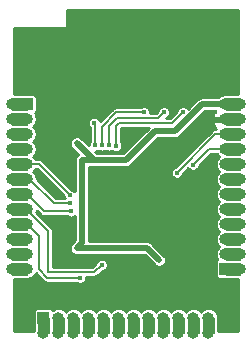
<source format=gbr>
%TF.GenerationSoftware,KiCad,Pcbnew,(5.1.10)-1*%
%TF.CreationDate,2024-03-30T22:18:20+09:00*%
%TF.ProjectId,BLEModule,424c454d-6f64-4756-9c65-2e6b69636164,rev?*%
%TF.SameCoordinates,Original*%
%TF.FileFunction,Copper,L2,Bot*%
%TF.FilePolarity,Positive*%
%FSLAX46Y46*%
G04 Gerber Fmt 4.6, Leading zero omitted, Abs format (unit mm)*
G04 Created by KiCad (PCBNEW (5.1.10)-1) date 2024-03-30 22:18:20*
%MOMM*%
%LPD*%
G01*
G04 APERTURE LIST*
%TA.AperFunction,EtchedComponent*%
%ADD10C,0.035000*%
%TD*%
%TA.AperFunction,ComponentPad*%
%ADD11O,1.000000X1.000000*%
%TD*%
%TA.AperFunction,ComponentPad*%
%ADD12R,1.000000X1.000000*%
%TD*%
%TA.AperFunction,ViaPad*%
%ADD13C,0.500000*%
%TD*%
%TA.AperFunction,ViaPad*%
%ADD14C,0.400000*%
%TD*%
%TA.AperFunction,ViaPad*%
%ADD15C,0.635000*%
%TD*%
%TA.AperFunction,Conductor*%
%ADD16C,0.500000*%
%TD*%
%TA.AperFunction,Conductor*%
%ADD17C,0.200000*%
%TD*%
%TA.AperFunction,Conductor*%
%ADD18C,0.254000*%
%TD*%
%TA.AperFunction,Conductor*%
%ADD19C,0.100000*%
%TD*%
G04 APERTURE END LIST*
D10*
%TO.C,J2*%
G36*
X139082600Y-91944600D02*
G01*
X139082600Y-90725400D01*
X138117400Y-90725400D01*
X138117400Y-91944600D01*
X139082600Y-91944600D01*
G37*
X139082600Y-91944600D02*
X139082600Y-90725400D01*
X138117400Y-90725400D01*
X138117400Y-91944600D01*
X139082600Y-91944600D01*
G36*
X141622600Y-91944600D02*
G01*
X141622600Y-90725400D01*
X140657400Y-90725400D01*
X140657400Y-91944600D01*
X141622600Y-91944600D01*
G37*
X141622600Y-91944600D02*
X141622600Y-90725400D01*
X140657400Y-90725400D01*
X140657400Y-91944600D01*
X141622600Y-91944600D01*
G36*
X145432600Y-91944600D02*
G01*
X145432600Y-90725400D01*
X144467400Y-90725400D01*
X144467400Y-91944600D01*
X145432600Y-91944600D01*
G37*
X145432600Y-91944600D02*
X145432600Y-90725400D01*
X144467400Y-90725400D01*
X144467400Y-91944600D01*
X145432600Y-91944600D01*
G36*
X142892600Y-91944600D02*
G01*
X142892600Y-90725400D01*
X141927400Y-90725400D01*
X141927400Y-91944600D01*
X142892600Y-91944600D01*
G37*
X142892600Y-91944600D02*
X142892600Y-90725400D01*
X141927400Y-90725400D01*
X141927400Y-91944600D01*
X142892600Y-91944600D01*
G36*
X146702600Y-91944600D02*
G01*
X146702600Y-90725400D01*
X145737400Y-90725400D01*
X145737400Y-91944600D01*
X146702600Y-91944600D01*
G37*
X146702600Y-91944600D02*
X146702600Y-90725400D01*
X145737400Y-90725400D01*
X145737400Y-91944600D01*
X146702600Y-91944600D01*
G36*
X149242600Y-91944600D02*
G01*
X149242600Y-90725400D01*
X148277400Y-90725400D01*
X148277400Y-91944600D01*
X149242600Y-91944600D01*
G37*
X149242600Y-91944600D02*
X149242600Y-90725400D01*
X148277400Y-90725400D01*
X148277400Y-91944600D01*
X149242600Y-91944600D01*
G36*
X140352600Y-91944600D02*
G01*
X140352600Y-90725400D01*
X139387400Y-90725400D01*
X139387400Y-91944600D01*
X140352600Y-91944600D01*
G37*
X140352600Y-91944600D02*
X140352600Y-90725400D01*
X139387400Y-90725400D01*
X139387400Y-91944600D01*
X140352600Y-91944600D01*
G36*
X144162600Y-91944600D02*
G01*
X144162600Y-90725400D01*
X143197400Y-90725400D01*
X143197400Y-91944600D01*
X144162600Y-91944600D01*
G37*
X144162600Y-91944600D02*
X144162600Y-90725400D01*
X143197400Y-90725400D01*
X143197400Y-91944600D01*
X144162600Y-91944600D01*
G36*
X147972600Y-91944600D02*
G01*
X147972600Y-90725400D01*
X147007400Y-90725400D01*
X147007400Y-91944600D01*
X147972600Y-91944600D01*
G37*
X147972600Y-91944600D02*
X147972600Y-90725400D01*
X147007400Y-90725400D01*
X147007400Y-91944600D01*
X147972600Y-91944600D01*
G36*
X153052600Y-91944600D02*
G01*
X153052600Y-90725400D01*
X152087400Y-90725400D01*
X152087400Y-91944600D01*
X153052600Y-91944600D01*
G37*
X153052600Y-91944600D02*
X153052600Y-90725400D01*
X152087400Y-90725400D01*
X152087400Y-91944600D01*
X153052600Y-91944600D01*
G36*
X150512600Y-91944600D02*
G01*
X150512600Y-90725400D01*
X149547400Y-90725400D01*
X149547400Y-91944600D01*
X150512600Y-91944600D01*
G37*
X150512600Y-91944600D02*
X150512600Y-90725400D01*
X149547400Y-90725400D01*
X149547400Y-91944600D01*
X150512600Y-91944600D01*
G36*
X151782600Y-91944600D02*
G01*
X151782600Y-90725400D01*
X150817400Y-90725400D01*
X150817400Y-91944600D01*
X151782600Y-91944600D01*
G37*
X151782600Y-91944600D02*
X151782600Y-90725400D01*
X150817400Y-90725400D01*
X150817400Y-91944600D01*
X151782600Y-91944600D01*
%TO.C,J1*%
G36*
X135955400Y-73082600D02*
G01*
X137174600Y-73082600D01*
X137174600Y-72117400D01*
X135955400Y-72117400D01*
X135955400Y-73082600D01*
G37*
X135955400Y-73082600D02*
X137174600Y-73082600D01*
X137174600Y-72117400D01*
X135955400Y-72117400D01*
X135955400Y-73082600D01*
G36*
X135955400Y-75622600D02*
G01*
X137174600Y-75622600D01*
X137174600Y-74657400D01*
X135955400Y-74657400D01*
X135955400Y-75622600D01*
G37*
X135955400Y-75622600D02*
X137174600Y-75622600D01*
X137174600Y-74657400D01*
X135955400Y-74657400D01*
X135955400Y-75622600D01*
G36*
X135955400Y-79432600D02*
G01*
X137174600Y-79432600D01*
X137174600Y-78467400D01*
X135955400Y-78467400D01*
X135955400Y-79432600D01*
G37*
X135955400Y-79432600D02*
X137174600Y-79432600D01*
X137174600Y-78467400D01*
X135955400Y-78467400D01*
X135955400Y-79432600D01*
G36*
X135955400Y-76892600D02*
G01*
X137174600Y-76892600D01*
X137174600Y-75927400D01*
X135955400Y-75927400D01*
X135955400Y-76892600D01*
G37*
X135955400Y-76892600D02*
X137174600Y-76892600D01*
X137174600Y-75927400D01*
X135955400Y-75927400D01*
X135955400Y-76892600D01*
G36*
X135955400Y-80702600D02*
G01*
X137174600Y-80702600D01*
X137174600Y-79737400D01*
X135955400Y-79737400D01*
X135955400Y-80702600D01*
G37*
X135955400Y-80702600D02*
X137174600Y-80702600D01*
X137174600Y-79737400D01*
X135955400Y-79737400D01*
X135955400Y-80702600D01*
G36*
X135955400Y-83242600D02*
G01*
X137174600Y-83242600D01*
X137174600Y-82277400D01*
X135955400Y-82277400D01*
X135955400Y-83242600D01*
G37*
X135955400Y-83242600D02*
X137174600Y-83242600D01*
X137174600Y-82277400D01*
X135955400Y-82277400D01*
X135955400Y-83242600D01*
G36*
X135955400Y-74352600D02*
G01*
X137174600Y-74352600D01*
X137174600Y-73387400D01*
X135955400Y-73387400D01*
X135955400Y-74352600D01*
G37*
X135955400Y-74352600D02*
X137174600Y-74352600D01*
X137174600Y-73387400D01*
X135955400Y-73387400D01*
X135955400Y-74352600D01*
G36*
X135955400Y-78162600D02*
G01*
X137174600Y-78162600D01*
X137174600Y-77197400D01*
X135955400Y-77197400D01*
X135955400Y-78162600D01*
G37*
X135955400Y-78162600D02*
X137174600Y-78162600D01*
X137174600Y-77197400D01*
X135955400Y-77197400D01*
X135955400Y-78162600D01*
G36*
X135955400Y-81972600D02*
G01*
X137174600Y-81972600D01*
X137174600Y-81007400D01*
X135955400Y-81007400D01*
X135955400Y-81972600D01*
G37*
X135955400Y-81972600D02*
X137174600Y-81972600D01*
X137174600Y-81007400D01*
X135955400Y-81007400D01*
X135955400Y-81972600D01*
G36*
X135955400Y-87052600D02*
G01*
X137174600Y-87052600D01*
X137174600Y-86087400D01*
X135955400Y-86087400D01*
X135955400Y-87052600D01*
G37*
X135955400Y-87052600D02*
X137174600Y-87052600D01*
X137174600Y-86087400D01*
X135955400Y-86087400D01*
X135955400Y-87052600D01*
G36*
X135955400Y-84512600D02*
G01*
X137174600Y-84512600D01*
X137174600Y-83547400D01*
X135955400Y-83547400D01*
X135955400Y-84512600D01*
G37*
X135955400Y-84512600D02*
X137174600Y-84512600D01*
X137174600Y-83547400D01*
X135955400Y-83547400D01*
X135955400Y-84512600D01*
G36*
X135955400Y-85782600D02*
G01*
X137174600Y-85782600D01*
X137174600Y-84817400D01*
X135955400Y-84817400D01*
X135955400Y-85782600D01*
G37*
X135955400Y-85782600D02*
X137174600Y-85782600D01*
X137174600Y-84817400D01*
X135955400Y-84817400D01*
X135955400Y-85782600D01*
%TO.C,J3*%
G36*
X155244600Y-86087400D02*
G01*
X154025400Y-86087400D01*
X154025400Y-87052600D01*
X155244600Y-87052600D01*
X155244600Y-86087400D01*
G37*
X155244600Y-86087400D02*
X154025400Y-86087400D01*
X154025400Y-87052600D01*
X155244600Y-87052600D01*
X155244600Y-86087400D01*
G36*
X155244600Y-83547400D02*
G01*
X154025400Y-83547400D01*
X154025400Y-84512600D01*
X155244600Y-84512600D01*
X155244600Y-83547400D01*
G37*
X155244600Y-83547400D02*
X154025400Y-83547400D01*
X154025400Y-84512600D01*
X155244600Y-84512600D01*
X155244600Y-83547400D01*
G36*
X155244600Y-79737400D02*
G01*
X154025400Y-79737400D01*
X154025400Y-80702600D01*
X155244600Y-80702600D01*
X155244600Y-79737400D01*
G37*
X155244600Y-79737400D02*
X154025400Y-79737400D01*
X154025400Y-80702600D01*
X155244600Y-80702600D01*
X155244600Y-79737400D01*
G36*
X155244600Y-82277400D02*
G01*
X154025400Y-82277400D01*
X154025400Y-83242600D01*
X155244600Y-83242600D01*
X155244600Y-82277400D01*
G37*
X155244600Y-82277400D02*
X154025400Y-82277400D01*
X154025400Y-83242600D01*
X155244600Y-83242600D01*
X155244600Y-82277400D01*
G36*
X155244600Y-78467400D02*
G01*
X154025400Y-78467400D01*
X154025400Y-79432600D01*
X155244600Y-79432600D01*
X155244600Y-78467400D01*
G37*
X155244600Y-78467400D02*
X154025400Y-78467400D01*
X154025400Y-79432600D01*
X155244600Y-79432600D01*
X155244600Y-78467400D01*
G36*
X155244600Y-75927400D02*
G01*
X154025400Y-75927400D01*
X154025400Y-76892600D01*
X155244600Y-76892600D01*
X155244600Y-75927400D01*
G37*
X155244600Y-75927400D02*
X154025400Y-75927400D01*
X154025400Y-76892600D01*
X155244600Y-76892600D01*
X155244600Y-75927400D01*
G36*
X155244600Y-84817400D02*
G01*
X154025400Y-84817400D01*
X154025400Y-85782600D01*
X155244600Y-85782600D01*
X155244600Y-84817400D01*
G37*
X155244600Y-84817400D02*
X154025400Y-84817400D01*
X154025400Y-85782600D01*
X155244600Y-85782600D01*
X155244600Y-84817400D01*
G36*
X155244600Y-81007400D02*
G01*
X154025400Y-81007400D01*
X154025400Y-81972600D01*
X155244600Y-81972600D01*
X155244600Y-81007400D01*
G37*
X155244600Y-81007400D02*
X154025400Y-81007400D01*
X154025400Y-81972600D01*
X155244600Y-81972600D01*
X155244600Y-81007400D01*
G36*
X155244600Y-77197400D02*
G01*
X154025400Y-77197400D01*
X154025400Y-78162600D01*
X155244600Y-78162600D01*
X155244600Y-77197400D01*
G37*
X155244600Y-77197400D02*
X154025400Y-77197400D01*
X154025400Y-78162600D01*
X155244600Y-78162600D01*
X155244600Y-77197400D01*
G36*
X155244600Y-72117400D02*
G01*
X154025400Y-72117400D01*
X154025400Y-73082600D01*
X155244600Y-73082600D01*
X155244600Y-72117400D01*
G37*
X155244600Y-72117400D02*
X154025400Y-72117400D01*
X154025400Y-73082600D01*
X155244600Y-73082600D01*
X155244600Y-72117400D01*
G36*
X155244600Y-74657400D02*
G01*
X154025400Y-74657400D01*
X154025400Y-75622600D01*
X155244600Y-75622600D01*
X155244600Y-74657400D01*
G37*
X155244600Y-74657400D02*
X154025400Y-74657400D01*
X154025400Y-75622600D01*
X155244600Y-75622600D01*
X155244600Y-74657400D01*
G36*
X155244600Y-73387400D02*
G01*
X154025400Y-73387400D01*
X154025400Y-74352600D01*
X155244600Y-74352600D01*
X155244600Y-73387400D01*
G37*
X155244600Y-73387400D02*
X154025400Y-73387400D01*
X154025400Y-74352600D01*
X155244600Y-74352600D01*
X155244600Y-73387400D01*
%TD*%
D11*
%TO.P,J2,3*%
%TO.N,P07*%
X141140000Y-90700000D03*
%TO.P,J2,11*%
%TO.N,P15*%
X151300000Y-90700000D03*
%TO.P,J2,5*%
%TO.N,P09*%
X143680000Y-90700000D03*
%TO.P,J2,7*%
%TO.N,P11*%
X146220000Y-90700000D03*
%TO.P,J2,12*%
%TO.N,P16*%
X152570000Y-90700000D03*
%TO.P,J2,10*%
%TO.N,P14*%
X150030000Y-90700000D03*
%TO.P,J2,6*%
%TO.N,P10*%
X144950000Y-90700000D03*
D12*
%TO.P,J2,1*%
%TO.N,P05*%
X138600000Y-90700000D03*
D11*
%TO.P,J2,8*%
%TO.N,P12*%
X147490000Y-90700000D03*
%TO.P,J2,9*%
%TO.N,P13*%
X148760000Y-90700000D03*
%TO.P,J2,4*%
%TO.N,P08*%
X142410000Y-90700000D03*
%TO.P,J2,2*%
%TO.N,P06*%
X139870000Y-90700000D03*
%TO.P,J2,*%
%TO.N,*%
X138600000Y-91970000D03*
X151300000Y-91970000D03*
X148760000Y-91970000D03*
X147490000Y-91970000D03*
X143680000Y-91970000D03*
X150030000Y-91970000D03*
X141140000Y-91970000D03*
X144950000Y-91970000D03*
X152570000Y-91970000D03*
X146220000Y-91970000D03*
X139870000Y-91970000D03*
X142410000Y-91970000D03*
%TD*%
%TO.P,J1,3*%
%TO.N,P27*%
X137200000Y-75140000D03*
%TO.P,J1,11*%
%TO.N,P03*%
X137200000Y-85300000D03*
%TO.P,J1,5*%
%TO.N,P29*%
X137200000Y-77680000D03*
%TO.P,J1,7*%
%TO.N,P31*%
X137200000Y-80220000D03*
%TO.P,J1,12*%
%TO.N,P04*%
X137200000Y-86570000D03*
%TO.P,J1,10*%
%TO.N,P02*%
X137200000Y-84030000D03*
%TO.P,J1,6*%
%TO.N,P30*%
X137200000Y-78950000D03*
D12*
%TO.P,J1,1*%
%TO.N,P25*%
X137200000Y-72600000D03*
D11*
%TO.P,J1,8*%
%TO.N,P00*%
X137200000Y-81490000D03*
%TO.P,J1,9*%
%TO.N,P01*%
X137200000Y-82760000D03*
%TO.P,J1,4*%
%TO.N,P28*%
X137200000Y-76410000D03*
%TO.P,J1,2*%
%TO.N,P26*%
X137200000Y-73870000D03*
%TO.P,J1,*%
%TO.N,*%
X135930000Y-72600000D03*
X135930000Y-85300000D03*
X135930000Y-82760000D03*
X135930000Y-81490000D03*
X135930000Y-77680000D03*
X135930000Y-84030000D03*
X135930000Y-75140000D03*
X135930000Y-78950000D03*
X135930000Y-86570000D03*
X135930000Y-80220000D03*
X135930000Y-73870000D03*
X135930000Y-76410000D03*
%TD*%
%TO.P,J3,3*%
%TO.N,P19*%
X154000000Y-84030000D03*
%TO.P,J3,11*%
%TO.N,GNDPWR*%
X154000000Y-73870000D03*
%TO.P,J3,5*%
%TO.N,P21*%
X154000000Y-81490000D03*
%TO.P,J3,7*%
%TO.N,P23*%
X154000000Y-78950000D03*
%TO.P,J3,12*%
%TO.N,+30V*%
X154000000Y-72600000D03*
%TO.P,J3,10*%
%TO.N,nRF_SWCLK*%
X154000000Y-75140000D03*
%TO.P,J3,6*%
%TO.N,P22*%
X154000000Y-80220000D03*
D12*
%TO.P,J3,1*%
%TO.N,P17*%
X154000000Y-86570000D03*
D11*
%TO.P,J3,8*%
%TO.N,P24*%
X154000000Y-77680000D03*
%TO.P,J3,9*%
%TO.N,nRF_SWDIO*%
X154000000Y-76410000D03*
%TO.P,J3,4*%
%TO.N,P20*%
X154000000Y-82760000D03*
%TO.P,J3,2*%
%TO.N,P18*%
X154000000Y-85300000D03*
%TO.P,J3,*%
%TO.N,*%
X155270000Y-86570000D03*
X155270000Y-73870000D03*
X155270000Y-76410000D03*
X155270000Y-77680000D03*
X155270000Y-81490000D03*
X155270000Y-75140000D03*
X155270000Y-84030000D03*
X155270000Y-80220000D03*
X155270000Y-72600000D03*
X155270000Y-78950000D03*
X155270000Y-85300000D03*
X155270000Y-82760000D03*
%TD*%
D13*
%TO.N,+30V*%
X141400000Y-75900000D03*
X141400000Y-84800000D03*
X148400000Y-85800000D03*
D14*
%TO.N,Net-(C5-Pad1)*%
X144746446Y-76153554D03*
X150400000Y-73300000D03*
%TO.N,Net-(C6-Pad1)*%
X144148839Y-76100000D03*
X148800000Y-73300000D03*
%TO.N,Net-(C8-Pad1)*%
X143548836Y-76100000D03*
X147100000Y-73300000D03*
%TO.N,Net-(C9-Pad1)*%
X142900000Y-74200000D03*
X142948833Y-76100000D03*
%TO.N,P29*%
X140869683Y-80342488D03*
%TO.N,P30*%
X140835310Y-81015222D03*
%TO.N,P31*%
X140920010Y-81689883D03*
%TO.N,P00*%
X143519801Y-86199919D03*
%TO.N,P01*%
X141704354Y-87299970D03*
%TO.N,nRF_SWDIO*%
X151284302Y-77722806D03*
%TO.N,nRF_SWCLK*%
X149900000Y-78400000D03*
%TO.N,GNDPWR*%
X153100000Y-73300000D03*
D15*
X146304000Y-65049400D03*
X137731500Y-68605400D03*
X137731500Y-70637400D03*
X136715500Y-68592700D03*
X137731500Y-67589400D03*
X137731500Y-66573400D03*
X137731500Y-69621400D03*
X136715500Y-67576700D03*
X136715500Y-69608700D03*
X136715500Y-70624700D03*
X136715500Y-66560700D03*
X144056100Y-70650100D03*
X143040100Y-70650100D03*
X146088100Y-70650100D03*
X145072100Y-70650100D03*
X148120100Y-70650100D03*
X147104100Y-70650100D03*
X150152100Y-70650100D03*
X149136100Y-70650100D03*
X152184100Y-70650100D03*
X151168100Y-70650100D03*
X154216100Y-70650100D03*
X153200100Y-70650100D03*
X149136100Y-69634100D03*
X150152100Y-69634100D03*
X145072100Y-69634100D03*
X148120100Y-69634100D03*
X154216100Y-69634100D03*
X153200100Y-69634100D03*
X147104100Y-69634100D03*
X146088100Y-69634100D03*
X143040100Y-69634100D03*
X151168100Y-69634100D03*
X144056100Y-69634100D03*
X152184100Y-69634100D03*
X149136100Y-68618100D03*
X150152100Y-68618100D03*
X145072100Y-68618100D03*
X148120100Y-68618100D03*
X154216100Y-68618100D03*
X153200100Y-68618100D03*
X147104100Y-68618100D03*
X146088100Y-68618100D03*
X143040100Y-68618100D03*
X151168100Y-68618100D03*
X144056100Y-68618100D03*
X152184100Y-68618100D03*
X149136100Y-67602100D03*
X150152100Y-67602100D03*
X145072100Y-67602100D03*
X148120100Y-67602100D03*
X154216100Y-67602100D03*
X153200100Y-67602100D03*
X147104100Y-67602100D03*
X146088100Y-67602100D03*
X143040100Y-67602100D03*
X151168100Y-67602100D03*
X144056100Y-67602100D03*
X152184100Y-67602100D03*
X149136100Y-66586100D03*
X150152100Y-66586100D03*
X145072100Y-66586100D03*
X148120100Y-66586100D03*
X154216100Y-66586100D03*
X153200100Y-66586100D03*
X147104100Y-66586100D03*
X146088100Y-66586100D03*
X143040100Y-66586100D03*
X151168100Y-66586100D03*
X144056100Y-66586100D03*
X152184100Y-66586100D03*
X142024100Y-68618100D03*
X142024100Y-67602100D03*
X142024100Y-69634100D03*
X142024100Y-70650100D03*
X142024100Y-66586100D03*
X141008100Y-70637400D03*
X141008100Y-67589400D03*
X141008100Y-68605400D03*
X141008100Y-69621400D03*
X141008100Y-66573400D03*
D14*
X139600000Y-85900000D03*
X153000000Y-88600000D03*
X139400000Y-73800000D03*
X138800000Y-77000000D03*
X138800000Y-79600000D03*
X138800000Y-82200000D03*
X137600000Y-88400000D03*
X148200000Y-76600000D03*
X149800000Y-76600000D03*
X151800000Y-78400000D03*
X141000000Y-82400000D03*
X145300000Y-76700000D03*
X145800000Y-75200000D03*
X148100000Y-88600000D03*
X152100000Y-88600000D03*
X152100000Y-87600000D03*
%TD*%
D16*
%TO.N,+30V*%
X141400000Y-75900000D02*
X142853555Y-77353555D01*
X142853555Y-77353555D02*
X141846445Y-77353555D01*
X141846445Y-84353555D02*
X141400000Y-84800000D01*
X141846445Y-77353555D02*
X141846445Y-84053555D01*
X141846445Y-84053555D02*
X141846445Y-84353555D01*
X147400000Y-84800000D02*
X148400000Y-85800000D01*
X141400000Y-84800000D02*
X147400000Y-84800000D01*
X152062002Y-72600000D02*
X154000000Y-72600000D01*
X149762002Y-74900000D02*
X152062002Y-72600000D01*
X148062002Y-74900000D02*
X149762002Y-74900000D01*
X145608447Y-77353555D02*
X148062002Y-74900000D01*
X142853555Y-77353555D02*
X145608447Y-77353555D01*
D17*
%TO.N,Net-(C5-Pad1)*%
X149480748Y-74219252D02*
X150400000Y-73300000D01*
X144746446Y-74453554D02*
X144980748Y-74219252D01*
X144980748Y-74219252D02*
X149480748Y-74219252D01*
X144746446Y-76153554D02*
X144746446Y-74453554D01*
%TO.N,Net-(C6-Pad1)*%
X144148839Y-75251161D02*
X144148839Y-76100000D01*
X144148839Y-74485462D02*
X144148839Y-75251161D01*
X144834300Y-73800001D02*
X144148839Y-74485462D01*
X148299999Y-73800001D02*
X144834300Y-73800001D01*
X148800000Y-73300000D02*
X148299999Y-73800001D01*
%TO.N,Net-(C8-Pad1)*%
X143548836Y-76100000D02*
X143600000Y-76100000D01*
X143548836Y-74519766D02*
X143548836Y-75148836D01*
X143548836Y-75148836D02*
X143548836Y-76100000D01*
X144768602Y-73300000D02*
X143548836Y-74519766D01*
X147100000Y-73300000D02*
X144768602Y-73300000D01*
%TO.N,Net-(C9-Pad1)*%
X142948833Y-76100000D02*
X142948833Y-74248833D01*
X142948833Y-74248833D02*
X142900000Y-74200000D01*
%TO.N,P29*%
X138207195Y-77680000D02*
X137200000Y-77680000D01*
X140869683Y-80342488D02*
X138207195Y-77680000D01*
%TO.N,P30*%
X137409998Y-78950000D02*
X137200000Y-78950000D01*
X139475220Y-81015222D02*
X137409998Y-78950000D01*
X140835310Y-81015222D02*
X139475220Y-81015222D01*
%TO.N,P31*%
X138669883Y-81689883D02*
X137200000Y-80220000D01*
X140920010Y-81689883D02*
X138669883Y-81689883D01*
%TO.N,P00*%
X143519801Y-86199919D02*
X142919751Y-86799969D01*
X141400000Y-86800000D02*
X138965698Y-86800000D01*
X141400031Y-86799969D02*
X141400000Y-86800000D01*
X142919751Y-86799969D02*
X141400031Y-86799969D01*
X137200000Y-81575998D02*
X137200000Y-81490000D01*
X138965698Y-83341696D02*
X137200000Y-81575998D01*
X138965698Y-86800000D02*
X138965698Y-83341696D01*
%TO.N,P01*%
X141704354Y-87299970D02*
X138899970Y-87299970D01*
X138899970Y-87299970D02*
X138200000Y-86600000D01*
X138200000Y-83760000D02*
X137200000Y-82760000D01*
X138200000Y-86600000D02*
X138200000Y-83760000D01*
%TO.N,nRF_SWDIO*%
X154000000Y-76410000D02*
X152597108Y-76410000D01*
X152597108Y-76410000D02*
X151284302Y-77722806D01*
%TO.N,nRF_SWCLK*%
X153160000Y-75140000D02*
X154000000Y-75140000D01*
X149900000Y-78400000D02*
X153160000Y-75140000D01*
%TD*%
D18*
%TO.N,GNDPWR*%
X153012877Y-73309794D02*
X152922554Y-73513136D01*
X152905881Y-73568126D01*
X153032046Y-73743000D01*
X153680900Y-73743000D01*
X153680900Y-73997000D01*
X153032046Y-73997000D01*
X152905881Y-74171874D01*
X152922554Y-74226864D01*
X153012877Y-74430206D01*
X153141135Y-74612020D01*
X153247362Y-74713000D01*
X153180966Y-74713000D01*
X153159999Y-74710935D01*
X153139032Y-74713000D01*
X153139022Y-74713000D01*
X153076293Y-74719178D01*
X152995804Y-74743595D01*
X152961273Y-74762052D01*
X152921623Y-74783245D01*
X152872898Y-74823232D01*
X152872889Y-74823241D01*
X152856605Y-74836605D01*
X152843241Y-74852889D01*
X149816934Y-77879198D01*
X149746280Y-77893252D01*
X149650372Y-77932979D01*
X149564057Y-77990652D01*
X149490652Y-78064057D01*
X149432979Y-78150372D01*
X149393252Y-78246280D01*
X149373000Y-78348095D01*
X149373000Y-78451905D01*
X149393252Y-78553720D01*
X149432979Y-78649628D01*
X149490652Y-78735943D01*
X149564057Y-78809348D01*
X149650372Y-78867021D01*
X149746280Y-78906748D01*
X149848095Y-78927000D01*
X149951905Y-78927000D01*
X150053720Y-78906748D01*
X150149628Y-78867021D01*
X150235943Y-78809348D01*
X150309348Y-78735943D01*
X150367021Y-78649628D01*
X150406748Y-78553720D01*
X150420802Y-78483066D01*
X150863004Y-78040864D01*
X150874954Y-78058749D01*
X150948359Y-78132154D01*
X151034674Y-78189827D01*
X151130582Y-78229554D01*
X151232397Y-78249806D01*
X151336207Y-78249806D01*
X151438022Y-78229554D01*
X151533930Y-78189827D01*
X151620245Y-78132154D01*
X151693650Y-78058749D01*
X151751323Y-77972434D01*
X151791050Y-77876526D01*
X151805104Y-77805873D01*
X152773977Y-76837000D01*
X153290689Y-76837000D01*
X153357628Y-76937181D01*
X153465447Y-77045000D01*
X153357628Y-77152819D01*
X153267123Y-77288269D01*
X153204782Y-77438773D01*
X153173000Y-77598548D01*
X153173000Y-77761452D01*
X153204782Y-77921227D01*
X153267123Y-78071731D01*
X153357628Y-78207181D01*
X153465447Y-78315000D01*
X153357628Y-78422819D01*
X153267123Y-78558269D01*
X153204782Y-78708773D01*
X153173000Y-78868548D01*
X153173000Y-79031452D01*
X153204782Y-79191227D01*
X153267123Y-79341731D01*
X153357628Y-79477181D01*
X153465447Y-79585000D01*
X153357628Y-79692819D01*
X153267123Y-79828269D01*
X153204782Y-79978773D01*
X153173000Y-80138548D01*
X153173000Y-80301452D01*
X153204782Y-80461227D01*
X153267123Y-80611731D01*
X153357628Y-80747181D01*
X153465447Y-80855000D01*
X153357628Y-80962819D01*
X153267123Y-81098269D01*
X153204782Y-81248773D01*
X153173000Y-81408548D01*
X153173000Y-81571452D01*
X153204782Y-81731227D01*
X153267123Y-81881731D01*
X153357628Y-82017181D01*
X153465447Y-82125000D01*
X153357628Y-82232819D01*
X153267123Y-82368269D01*
X153204782Y-82518773D01*
X153173000Y-82678548D01*
X153173000Y-82841452D01*
X153204782Y-83001227D01*
X153267123Y-83151731D01*
X153357628Y-83287181D01*
X153465447Y-83395000D01*
X153357628Y-83502819D01*
X153267123Y-83638269D01*
X153204782Y-83788773D01*
X153173000Y-83948548D01*
X153173000Y-84111452D01*
X153204782Y-84271227D01*
X153267123Y-84421731D01*
X153357628Y-84557181D01*
X153465447Y-84665000D01*
X153357628Y-84772819D01*
X153267123Y-84908269D01*
X153204782Y-85058773D01*
X153173000Y-85218548D01*
X153173000Y-85381452D01*
X153204782Y-85541227D01*
X153267123Y-85691731D01*
X153332094Y-85788967D01*
X153317450Y-85796794D01*
X153267657Y-85837657D01*
X153226794Y-85887450D01*
X153196430Y-85944257D01*
X153177732Y-86005897D01*
X153171418Y-86070000D01*
X153171418Y-87070000D01*
X153177732Y-87134103D01*
X153196430Y-87195743D01*
X153226794Y-87252550D01*
X153267657Y-87302343D01*
X153317450Y-87343206D01*
X153374257Y-87373570D01*
X153435897Y-87392268D01*
X153500000Y-87398582D01*
X154500000Y-87398582D01*
X154515046Y-87397100D01*
X155073000Y-87397100D01*
X155073000Y-91773000D01*
X153397100Y-91773000D01*
X153397100Y-90725400D01*
X153397000Y-90724380D01*
X153397000Y-90618548D01*
X153365218Y-90458773D01*
X153302877Y-90308269D01*
X153212372Y-90172819D01*
X153097181Y-90057628D01*
X152961731Y-89967123D01*
X152811227Y-89904782D01*
X152651452Y-89873000D01*
X152488548Y-89873000D01*
X152328773Y-89904782D01*
X152178269Y-89967123D01*
X152042819Y-90057628D01*
X151935000Y-90165447D01*
X151827181Y-90057628D01*
X151691731Y-89967123D01*
X151541227Y-89904782D01*
X151381452Y-89873000D01*
X151218548Y-89873000D01*
X151058773Y-89904782D01*
X150908269Y-89967123D01*
X150772819Y-90057628D01*
X150665000Y-90165447D01*
X150557181Y-90057628D01*
X150421731Y-89967123D01*
X150271227Y-89904782D01*
X150111452Y-89873000D01*
X149948548Y-89873000D01*
X149788773Y-89904782D01*
X149638269Y-89967123D01*
X149502819Y-90057628D01*
X149395000Y-90165447D01*
X149287181Y-90057628D01*
X149151731Y-89967123D01*
X149001227Y-89904782D01*
X148841452Y-89873000D01*
X148678548Y-89873000D01*
X148518773Y-89904782D01*
X148368269Y-89967123D01*
X148232819Y-90057628D01*
X148125000Y-90165447D01*
X148017181Y-90057628D01*
X147881731Y-89967123D01*
X147731227Y-89904782D01*
X147571452Y-89873000D01*
X147408548Y-89873000D01*
X147248773Y-89904782D01*
X147098269Y-89967123D01*
X146962819Y-90057628D01*
X146855000Y-90165447D01*
X146747181Y-90057628D01*
X146611731Y-89967123D01*
X146461227Y-89904782D01*
X146301452Y-89873000D01*
X146138548Y-89873000D01*
X145978773Y-89904782D01*
X145828269Y-89967123D01*
X145692819Y-90057628D01*
X145585000Y-90165447D01*
X145477181Y-90057628D01*
X145341731Y-89967123D01*
X145191227Y-89904782D01*
X145031452Y-89873000D01*
X144868548Y-89873000D01*
X144708773Y-89904782D01*
X144558269Y-89967123D01*
X144422819Y-90057628D01*
X144315000Y-90165447D01*
X144207181Y-90057628D01*
X144071731Y-89967123D01*
X143921227Y-89904782D01*
X143761452Y-89873000D01*
X143598548Y-89873000D01*
X143438773Y-89904782D01*
X143288269Y-89967123D01*
X143152819Y-90057628D01*
X143045000Y-90165447D01*
X142937181Y-90057628D01*
X142801731Y-89967123D01*
X142651227Y-89904782D01*
X142491452Y-89873000D01*
X142328548Y-89873000D01*
X142168773Y-89904782D01*
X142018269Y-89967123D01*
X141882819Y-90057628D01*
X141775000Y-90165447D01*
X141667181Y-90057628D01*
X141531731Y-89967123D01*
X141381227Y-89904782D01*
X141221452Y-89873000D01*
X141058548Y-89873000D01*
X140898773Y-89904782D01*
X140748269Y-89967123D01*
X140612819Y-90057628D01*
X140505000Y-90165447D01*
X140397181Y-90057628D01*
X140261731Y-89967123D01*
X140111227Y-89904782D01*
X139951452Y-89873000D01*
X139788548Y-89873000D01*
X139628773Y-89904782D01*
X139478269Y-89967123D01*
X139381033Y-90032094D01*
X139373206Y-90017450D01*
X139332343Y-89967657D01*
X139282550Y-89926794D01*
X139225743Y-89896430D01*
X139164103Y-89877732D01*
X139100000Y-89871418D01*
X138100000Y-89871418D01*
X138035897Y-89877732D01*
X137974257Y-89896430D01*
X137917450Y-89926794D01*
X137867657Y-89967657D01*
X137826794Y-90017450D01*
X137796430Y-90074257D01*
X137777732Y-90135897D01*
X137771418Y-90200000D01*
X137771418Y-91200000D01*
X137772900Y-91215046D01*
X137772900Y-91773000D01*
X136127000Y-91773000D01*
X136127000Y-87397100D01*
X137174600Y-87397100D01*
X137175620Y-87397000D01*
X137281452Y-87397000D01*
X137441227Y-87365218D01*
X137591731Y-87302877D01*
X137727181Y-87212372D01*
X137842372Y-87097181D01*
X137932877Y-86961731D01*
X137940195Y-86944063D01*
X138583206Y-87587075D01*
X138596575Y-87603365D01*
X138612865Y-87616734D01*
X138612869Y-87616738D01*
X138661593Y-87656725D01*
X138701243Y-87677918D01*
X138735774Y-87696375D01*
X138816263Y-87720792D01*
X138878992Y-87726970D01*
X138879002Y-87726970D01*
X138899969Y-87729035D01*
X138920936Y-87726970D01*
X141394829Y-87726970D01*
X141454726Y-87766991D01*
X141550634Y-87806718D01*
X141652449Y-87826970D01*
X141756259Y-87826970D01*
X141858074Y-87806718D01*
X141953982Y-87766991D01*
X142040297Y-87709318D01*
X142113702Y-87635913D01*
X142171375Y-87549598D01*
X142211102Y-87453690D01*
X142231354Y-87351875D01*
X142231354Y-87248065D01*
X142227158Y-87226969D01*
X142898784Y-87226969D01*
X142919751Y-87229034D01*
X142940718Y-87226969D01*
X142940729Y-87226969D01*
X143003458Y-87220791D01*
X143083947Y-87196374D01*
X143158127Y-87156724D01*
X143223146Y-87103364D01*
X143236519Y-87087069D01*
X143602868Y-86720721D01*
X143673521Y-86706667D01*
X143769429Y-86666940D01*
X143855744Y-86609267D01*
X143929149Y-86535862D01*
X143986822Y-86449547D01*
X144026549Y-86353639D01*
X144046801Y-86251824D01*
X144046801Y-86148014D01*
X144026549Y-86046199D01*
X143986822Y-85950291D01*
X143929149Y-85863976D01*
X143855744Y-85790571D01*
X143769429Y-85732898D01*
X143673521Y-85693171D01*
X143571706Y-85672919D01*
X143467896Y-85672919D01*
X143366081Y-85693171D01*
X143270173Y-85732898D01*
X143183858Y-85790571D01*
X143110453Y-85863976D01*
X143052780Y-85950291D01*
X143013053Y-86046199D01*
X142998999Y-86116852D01*
X142742883Y-86372969D01*
X141420998Y-86372969D01*
X141400031Y-86370904D01*
X141379064Y-86372969D01*
X141379053Y-86372969D01*
X141378738Y-86373000D01*
X139392698Y-86373000D01*
X139392698Y-83362662D01*
X139394763Y-83341695D01*
X139392698Y-83320728D01*
X139392698Y-83320718D01*
X139386520Y-83257989D01*
X139362103Y-83177500D01*
X139325543Y-83109101D01*
X139322453Y-83103319D01*
X139282466Y-83054595D01*
X139282462Y-83054591D01*
X139269093Y-83038301D01*
X139252803Y-83024932D01*
X137984638Y-81756768D01*
X137995218Y-81731227D01*
X138013824Y-81637692D01*
X138353119Y-81976988D01*
X138366488Y-81993278D01*
X138382778Y-82006647D01*
X138382781Y-82006650D01*
X138431506Y-82046638D01*
X138471156Y-82067831D01*
X138505687Y-82086288D01*
X138586176Y-82110705D01*
X138648905Y-82116883D01*
X138648925Y-82116883D01*
X138669882Y-82118947D01*
X138690839Y-82116883D01*
X140610485Y-82116883D01*
X140670382Y-82156904D01*
X140766290Y-82196631D01*
X140868105Y-82216883D01*
X140971915Y-82216883D01*
X141073730Y-82196631D01*
X141169638Y-82156904D01*
X141255953Y-82099231D01*
X141269446Y-82085738D01*
X141269446Y-84025210D01*
X141269445Y-84025220D01*
X141269445Y-84114554D01*
X141012038Y-84371961D01*
X140990026Y-84390026D01*
X140971963Y-84412036D01*
X140951815Y-84432184D01*
X140935988Y-84455871D01*
X140917921Y-84477885D01*
X140904497Y-84503000D01*
X140888669Y-84526688D01*
X140877765Y-84553013D01*
X140864343Y-84578124D01*
X140856078Y-84605370D01*
X140845174Y-84631695D01*
X140839615Y-84659639D01*
X140831349Y-84686889D01*
X140829542Y-84705242D01*
X140828559Y-84715222D01*
X140823000Y-84743170D01*
X140823000Y-84771664D01*
X140820209Y-84800000D01*
X140823000Y-84828336D01*
X140823000Y-84856830D01*
X140828558Y-84884773D01*
X140831349Y-84913111D01*
X140839615Y-84940361D01*
X140845174Y-84968305D01*
X140856078Y-84994630D01*
X140864343Y-85021876D01*
X140877765Y-85046987D01*
X140888669Y-85073312D01*
X140904497Y-85097000D01*
X140917921Y-85122115D01*
X140935988Y-85144129D01*
X140951815Y-85167816D01*
X140971961Y-85187962D01*
X140990026Y-85209974D01*
X141012036Y-85228037D01*
X141032184Y-85248185D01*
X141055871Y-85264012D01*
X141077885Y-85282079D01*
X141103000Y-85295503D01*
X141126688Y-85311331D01*
X141153013Y-85322235D01*
X141178124Y-85335657D01*
X141205370Y-85343922D01*
X141231695Y-85354826D01*
X141259639Y-85360385D01*
X141286889Y-85368651D01*
X141315227Y-85371442D01*
X141343170Y-85377000D01*
X141371669Y-85377000D01*
X141400000Y-85379790D01*
X141428331Y-85377000D01*
X147160999Y-85377000D01*
X148032184Y-86248185D01*
X148055879Y-86264018D01*
X148077886Y-86282078D01*
X148102992Y-86295498D01*
X148126688Y-86311331D01*
X148153013Y-86322235D01*
X148178123Y-86335657D01*
X148205375Y-86343924D01*
X148231695Y-86354826D01*
X148259634Y-86360383D01*
X148286888Y-86368651D01*
X148315230Y-86371442D01*
X148343170Y-86377000D01*
X148371661Y-86377000D01*
X148400000Y-86379791D01*
X148428339Y-86377000D01*
X148456830Y-86377000D01*
X148484771Y-86371442D01*
X148513111Y-86368651D01*
X148540363Y-86360384D01*
X148568305Y-86354826D01*
X148594628Y-86343923D01*
X148621876Y-86335657D01*
X148646984Y-86322236D01*
X148673312Y-86311331D01*
X148697009Y-86295497D01*
X148722114Y-86282078D01*
X148744121Y-86264018D01*
X148767816Y-86248185D01*
X148787964Y-86228037D01*
X148809974Y-86209974D01*
X148828037Y-86187964D01*
X148848185Y-86167816D01*
X148864018Y-86144121D01*
X148882078Y-86122114D01*
X148895497Y-86097009D01*
X148911331Y-86073312D01*
X148922236Y-86046984D01*
X148935657Y-86021876D01*
X148943923Y-85994628D01*
X148954826Y-85968305D01*
X148960384Y-85940363D01*
X148968651Y-85913111D01*
X148971442Y-85884771D01*
X148977000Y-85856830D01*
X148977000Y-85828339D01*
X148979791Y-85800000D01*
X148977000Y-85771661D01*
X148977000Y-85743170D01*
X148971442Y-85715230D01*
X148968651Y-85686888D01*
X148960383Y-85659634D01*
X148954826Y-85631695D01*
X148943924Y-85605375D01*
X148935657Y-85578123D01*
X148922235Y-85553013D01*
X148911331Y-85526688D01*
X148895498Y-85502992D01*
X148882078Y-85477886D01*
X148864018Y-85455879D01*
X148848185Y-85432184D01*
X147828037Y-84412036D01*
X147809974Y-84390026D01*
X147722115Y-84317921D01*
X147621876Y-84264343D01*
X147557770Y-84244897D01*
X147513111Y-84231349D01*
X147455332Y-84225659D01*
X147428336Y-84223000D01*
X147428331Y-84223000D01*
X147400000Y-84220210D01*
X147371669Y-84223000D01*
X142423445Y-84223000D01*
X142423445Y-77930555D01*
X142825225Y-77930555D01*
X142853554Y-77933345D01*
X142881883Y-77930555D01*
X145580116Y-77930555D01*
X145608447Y-77933345D01*
X145636778Y-77930555D01*
X145636783Y-77930555D01*
X145666492Y-77927629D01*
X145721558Y-77922206D01*
X145766217Y-77908658D01*
X145830323Y-77889212D01*
X145930562Y-77835634D01*
X146018421Y-77763529D01*
X146036486Y-77741517D01*
X148301003Y-75477000D01*
X149733671Y-75477000D01*
X149762002Y-75479790D01*
X149790333Y-75477000D01*
X149790338Y-75477000D01*
X149820047Y-75474074D01*
X149875113Y-75468651D01*
X149919772Y-75455103D01*
X149983878Y-75435657D01*
X150084117Y-75382079D01*
X150171976Y-75309974D01*
X150190041Y-75287962D01*
X152301004Y-73177000D01*
X153106555Y-73177000D01*
X153012877Y-73309794D01*
%TA.AperFunction,Conductor*%
D19*
G36*
X153012877Y-73309794D02*
G01*
X152922554Y-73513136D01*
X152905881Y-73568126D01*
X153032046Y-73743000D01*
X153680900Y-73743000D01*
X153680900Y-73997000D01*
X153032046Y-73997000D01*
X152905881Y-74171874D01*
X152922554Y-74226864D01*
X153012877Y-74430206D01*
X153141135Y-74612020D01*
X153247362Y-74713000D01*
X153180966Y-74713000D01*
X153159999Y-74710935D01*
X153139032Y-74713000D01*
X153139022Y-74713000D01*
X153076293Y-74719178D01*
X152995804Y-74743595D01*
X152961273Y-74762052D01*
X152921623Y-74783245D01*
X152872898Y-74823232D01*
X152872889Y-74823241D01*
X152856605Y-74836605D01*
X152843241Y-74852889D01*
X149816934Y-77879198D01*
X149746280Y-77893252D01*
X149650372Y-77932979D01*
X149564057Y-77990652D01*
X149490652Y-78064057D01*
X149432979Y-78150372D01*
X149393252Y-78246280D01*
X149373000Y-78348095D01*
X149373000Y-78451905D01*
X149393252Y-78553720D01*
X149432979Y-78649628D01*
X149490652Y-78735943D01*
X149564057Y-78809348D01*
X149650372Y-78867021D01*
X149746280Y-78906748D01*
X149848095Y-78927000D01*
X149951905Y-78927000D01*
X150053720Y-78906748D01*
X150149628Y-78867021D01*
X150235943Y-78809348D01*
X150309348Y-78735943D01*
X150367021Y-78649628D01*
X150406748Y-78553720D01*
X150420802Y-78483066D01*
X150863004Y-78040864D01*
X150874954Y-78058749D01*
X150948359Y-78132154D01*
X151034674Y-78189827D01*
X151130582Y-78229554D01*
X151232397Y-78249806D01*
X151336207Y-78249806D01*
X151438022Y-78229554D01*
X151533930Y-78189827D01*
X151620245Y-78132154D01*
X151693650Y-78058749D01*
X151751323Y-77972434D01*
X151791050Y-77876526D01*
X151805104Y-77805873D01*
X152773977Y-76837000D01*
X153290689Y-76837000D01*
X153357628Y-76937181D01*
X153465447Y-77045000D01*
X153357628Y-77152819D01*
X153267123Y-77288269D01*
X153204782Y-77438773D01*
X153173000Y-77598548D01*
X153173000Y-77761452D01*
X153204782Y-77921227D01*
X153267123Y-78071731D01*
X153357628Y-78207181D01*
X153465447Y-78315000D01*
X153357628Y-78422819D01*
X153267123Y-78558269D01*
X153204782Y-78708773D01*
X153173000Y-78868548D01*
X153173000Y-79031452D01*
X153204782Y-79191227D01*
X153267123Y-79341731D01*
X153357628Y-79477181D01*
X153465447Y-79585000D01*
X153357628Y-79692819D01*
X153267123Y-79828269D01*
X153204782Y-79978773D01*
X153173000Y-80138548D01*
X153173000Y-80301452D01*
X153204782Y-80461227D01*
X153267123Y-80611731D01*
X153357628Y-80747181D01*
X153465447Y-80855000D01*
X153357628Y-80962819D01*
X153267123Y-81098269D01*
X153204782Y-81248773D01*
X153173000Y-81408548D01*
X153173000Y-81571452D01*
X153204782Y-81731227D01*
X153267123Y-81881731D01*
X153357628Y-82017181D01*
X153465447Y-82125000D01*
X153357628Y-82232819D01*
X153267123Y-82368269D01*
X153204782Y-82518773D01*
X153173000Y-82678548D01*
X153173000Y-82841452D01*
X153204782Y-83001227D01*
X153267123Y-83151731D01*
X153357628Y-83287181D01*
X153465447Y-83395000D01*
X153357628Y-83502819D01*
X153267123Y-83638269D01*
X153204782Y-83788773D01*
X153173000Y-83948548D01*
X153173000Y-84111452D01*
X153204782Y-84271227D01*
X153267123Y-84421731D01*
X153357628Y-84557181D01*
X153465447Y-84665000D01*
X153357628Y-84772819D01*
X153267123Y-84908269D01*
X153204782Y-85058773D01*
X153173000Y-85218548D01*
X153173000Y-85381452D01*
X153204782Y-85541227D01*
X153267123Y-85691731D01*
X153332094Y-85788967D01*
X153317450Y-85796794D01*
X153267657Y-85837657D01*
X153226794Y-85887450D01*
X153196430Y-85944257D01*
X153177732Y-86005897D01*
X153171418Y-86070000D01*
X153171418Y-87070000D01*
X153177732Y-87134103D01*
X153196430Y-87195743D01*
X153226794Y-87252550D01*
X153267657Y-87302343D01*
X153317450Y-87343206D01*
X153374257Y-87373570D01*
X153435897Y-87392268D01*
X153500000Y-87398582D01*
X154500000Y-87398582D01*
X154515046Y-87397100D01*
X155073000Y-87397100D01*
X155073000Y-91773000D01*
X153397100Y-91773000D01*
X153397100Y-90725400D01*
X153397000Y-90724380D01*
X153397000Y-90618548D01*
X153365218Y-90458773D01*
X153302877Y-90308269D01*
X153212372Y-90172819D01*
X153097181Y-90057628D01*
X152961731Y-89967123D01*
X152811227Y-89904782D01*
X152651452Y-89873000D01*
X152488548Y-89873000D01*
X152328773Y-89904782D01*
X152178269Y-89967123D01*
X152042819Y-90057628D01*
X151935000Y-90165447D01*
X151827181Y-90057628D01*
X151691731Y-89967123D01*
X151541227Y-89904782D01*
X151381452Y-89873000D01*
X151218548Y-89873000D01*
X151058773Y-89904782D01*
X150908269Y-89967123D01*
X150772819Y-90057628D01*
X150665000Y-90165447D01*
X150557181Y-90057628D01*
X150421731Y-89967123D01*
X150271227Y-89904782D01*
X150111452Y-89873000D01*
X149948548Y-89873000D01*
X149788773Y-89904782D01*
X149638269Y-89967123D01*
X149502819Y-90057628D01*
X149395000Y-90165447D01*
X149287181Y-90057628D01*
X149151731Y-89967123D01*
X149001227Y-89904782D01*
X148841452Y-89873000D01*
X148678548Y-89873000D01*
X148518773Y-89904782D01*
X148368269Y-89967123D01*
X148232819Y-90057628D01*
X148125000Y-90165447D01*
X148017181Y-90057628D01*
X147881731Y-89967123D01*
X147731227Y-89904782D01*
X147571452Y-89873000D01*
X147408548Y-89873000D01*
X147248773Y-89904782D01*
X147098269Y-89967123D01*
X146962819Y-90057628D01*
X146855000Y-90165447D01*
X146747181Y-90057628D01*
X146611731Y-89967123D01*
X146461227Y-89904782D01*
X146301452Y-89873000D01*
X146138548Y-89873000D01*
X145978773Y-89904782D01*
X145828269Y-89967123D01*
X145692819Y-90057628D01*
X145585000Y-90165447D01*
X145477181Y-90057628D01*
X145341731Y-89967123D01*
X145191227Y-89904782D01*
X145031452Y-89873000D01*
X144868548Y-89873000D01*
X144708773Y-89904782D01*
X144558269Y-89967123D01*
X144422819Y-90057628D01*
X144315000Y-90165447D01*
X144207181Y-90057628D01*
X144071731Y-89967123D01*
X143921227Y-89904782D01*
X143761452Y-89873000D01*
X143598548Y-89873000D01*
X143438773Y-89904782D01*
X143288269Y-89967123D01*
X143152819Y-90057628D01*
X143045000Y-90165447D01*
X142937181Y-90057628D01*
X142801731Y-89967123D01*
X142651227Y-89904782D01*
X142491452Y-89873000D01*
X142328548Y-89873000D01*
X142168773Y-89904782D01*
X142018269Y-89967123D01*
X141882819Y-90057628D01*
X141775000Y-90165447D01*
X141667181Y-90057628D01*
X141531731Y-89967123D01*
X141381227Y-89904782D01*
X141221452Y-89873000D01*
X141058548Y-89873000D01*
X140898773Y-89904782D01*
X140748269Y-89967123D01*
X140612819Y-90057628D01*
X140505000Y-90165447D01*
X140397181Y-90057628D01*
X140261731Y-89967123D01*
X140111227Y-89904782D01*
X139951452Y-89873000D01*
X139788548Y-89873000D01*
X139628773Y-89904782D01*
X139478269Y-89967123D01*
X139381033Y-90032094D01*
X139373206Y-90017450D01*
X139332343Y-89967657D01*
X139282550Y-89926794D01*
X139225743Y-89896430D01*
X139164103Y-89877732D01*
X139100000Y-89871418D01*
X138100000Y-89871418D01*
X138035897Y-89877732D01*
X137974257Y-89896430D01*
X137917450Y-89926794D01*
X137867657Y-89967657D01*
X137826794Y-90017450D01*
X137796430Y-90074257D01*
X137777732Y-90135897D01*
X137771418Y-90200000D01*
X137771418Y-91200000D01*
X137772900Y-91215046D01*
X137772900Y-91773000D01*
X136127000Y-91773000D01*
X136127000Y-87397100D01*
X137174600Y-87397100D01*
X137175620Y-87397000D01*
X137281452Y-87397000D01*
X137441227Y-87365218D01*
X137591731Y-87302877D01*
X137727181Y-87212372D01*
X137842372Y-87097181D01*
X137932877Y-86961731D01*
X137940195Y-86944063D01*
X138583206Y-87587075D01*
X138596575Y-87603365D01*
X138612865Y-87616734D01*
X138612869Y-87616738D01*
X138661593Y-87656725D01*
X138701243Y-87677918D01*
X138735774Y-87696375D01*
X138816263Y-87720792D01*
X138878992Y-87726970D01*
X138879002Y-87726970D01*
X138899969Y-87729035D01*
X138920936Y-87726970D01*
X141394829Y-87726970D01*
X141454726Y-87766991D01*
X141550634Y-87806718D01*
X141652449Y-87826970D01*
X141756259Y-87826970D01*
X141858074Y-87806718D01*
X141953982Y-87766991D01*
X142040297Y-87709318D01*
X142113702Y-87635913D01*
X142171375Y-87549598D01*
X142211102Y-87453690D01*
X142231354Y-87351875D01*
X142231354Y-87248065D01*
X142227158Y-87226969D01*
X142898784Y-87226969D01*
X142919751Y-87229034D01*
X142940718Y-87226969D01*
X142940729Y-87226969D01*
X143003458Y-87220791D01*
X143083947Y-87196374D01*
X143158127Y-87156724D01*
X143223146Y-87103364D01*
X143236519Y-87087069D01*
X143602868Y-86720721D01*
X143673521Y-86706667D01*
X143769429Y-86666940D01*
X143855744Y-86609267D01*
X143929149Y-86535862D01*
X143986822Y-86449547D01*
X144026549Y-86353639D01*
X144046801Y-86251824D01*
X144046801Y-86148014D01*
X144026549Y-86046199D01*
X143986822Y-85950291D01*
X143929149Y-85863976D01*
X143855744Y-85790571D01*
X143769429Y-85732898D01*
X143673521Y-85693171D01*
X143571706Y-85672919D01*
X143467896Y-85672919D01*
X143366081Y-85693171D01*
X143270173Y-85732898D01*
X143183858Y-85790571D01*
X143110453Y-85863976D01*
X143052780Y-85950291D01*
X143013053Y-86046199D01*
X142998999Y-86116852D01*
X142742883Y-86372969D01*
X141420998Y-86372969D01*
X141400031Y-86370904D01*
X141379064Y-86372969D01*
X141379053Y-86372969D01*
X141378738Y-86373000D01*
X139392698Y-86373000D01*
X139392698Y-83362662D01*
X139394763Y-83341695D01*
X139392698Y-83320728D01*
X139392698Y-83320718D01*
X139386520Y-83257989D01*
X139362103Y-83177500D01*
X139325543Y-83109101D01*
X139322453Y-83103319D01*
X139282466Y-83054595D01*
X139282462Y-83054591D01*
X139269093Y-83038301D01*
X139252803Y-83024932D01*
X137984638Y-81756768D01*
X137995218Y-81731227D01*
X138013824Y-81637692D01*
X138353119Y-81976988D01*
X138366488Y-81993278D01*
X138382778Y-82006647D01*
X138382781Y-82006650D01*
X138431506Y-82046638D01*
X138471156Y-82067831D01*
X138505687Y-82086288D01*
X138586176Y-82110705D01*
X138648905Y-82116883D01*
X138648925Y-82116883D01*
X138669882Y-82118947D01*
X138690839Y-82116883D01*
X140610485Y-82116883D01*
X140670382Y-82156904D01*
X140766290Y-82196631D01*
X140868105Y-82216883D01*
X140971915Y-82216883D01*
X141073730Y-82196631D01*
X141169638Y-82156904D01*
X141255953Y-82099231D01*
X141269446Y-82085738D01*
X141269446Y-84025210D01*
X141269445Y-84025220D01*
X141269445Y-84114554D01*
X141012038Y-84371961D01*
X140990026Y-84390026D01*
X140971963Y-84412036D01*
X140951815Y-84432184D01*
X140935988Y-84455871D01*
X140917921Y-84477885D01*
X140904497Y-84503000D01*
X140888669Y-84526688D01*
X140877765Y-84553013D01*
X140864343Y-84578124D01*
X140856078Y-84605370D01*
X140845174Y-84631695D01*
X140839615Y-84659639D01*
X140831349Y-84686889D01*
X140829542Y-84705242D01*
X140828559Y-84715222D01*
X140823000Y-84743170D01*
X140823000Y-84771664D01*
X140820209Y-84800000D01*
X140823000Y-84828336D01*
X140823000Y-84856830D01*
X140828558Y-84884773D01*
X140831349Y-84913111D01*
X140839615Y-84940361D01*
X140845174Y-84968305D01*
X140856078Y-84994630D01*
X140864343Y-85021876D01*
X140877765Y-85046987D01*
X140888669Y-85073312D01*
X140904497Y-85097000D01*
X140917921Y-85122115D01*
X140935988Y-85144129D01*
X140951815Y-85167816D01*
X140971961Y-85187962D01*
X140990026Y-85209974D01*
X141012036Y-85228037D01*
X141032184Y-85248185D01*
X141055871Y-85264012D01*
X141077885Y-85282079D01*
X141103000Y-85295503D01*
X141126688Y-85311331D01*
X141153013Y-85322235D01*
X141178124Y-85335657D01*
X141205370Y-85343922D01*
X141231695Y-85354826D01*
X141259639Y-85360385D01*
X141286889Y-85368651D01*
X141315227Y-85371442D01*
X141343170Y-85377000D01*
X141371669Y-85377000D01*
X141400000Y-85379790D01*
X141428331Y-85377000D01*
X147160999Y-85377000D01*
X148032184Y-86248185D01*
X148055879Y-86264018D01*
X148077886Y-86282078D01*
X148102992Y-86295498D01*
X148126688Y-86311331D01*
X148153013Y-86322235D01*
X148178123Y-86335657D01*
X148205375Y-86343924D01*
X148231695Y-86354826D01*
X148259634Y-86360383D01*
X148286888Y-86368651D01*
X148315230Y-86371442D01*
X148343170Y-86377000D01*
X148371661Y-86377000D01*
X148400000Y-86379791D01*
X148428339Y-86377000D01*
X148456830Y-86377000D01*
X148484771Y-86371442D01*
X148513111Y-86368651D01*
X148540363Y-86360384D01*
X148568305Y-86354826D01*
X148594628Y-86343923D01*
X148621876Y-86335657D01*
X148646984Y-86322236D01*
X148673312Y-86311331D01*
X148697009Y-86295497D01*
X148722114Y-86282078D01*
X148744121Y-86264018D01*
X148767816Y-86248185D01*
X148787964Y-86228037D01*
X148809974Y-86209974D01*
X148828037Y-86187964D01*
X148848185Y-86167816D01*
X148864018Y-86144121D01*
X148882078Y-86122114D01*
X148895497Y-86097009D01*
X148911331Y-86073312D01*
X148922236Y-86046984D01*
X148935657Y-86021876D01*
X148943923Y-85994628D01*
X148954826Y-85968305D01*
X148960384Y-85940363D01*
X148968651Y-85913111D01*
X148971442Y-85884771D01*
X148977000Y-85856830D01*
X148977000Y-85828339D01*
X148979791Y-85800000D01*
X148977000Y-85771661D01*
X148977000Y-85743170D01*
X148971442Y-85715230D01*
X148968651Y-85686888D01*
X148960383Y-85659634D01*
X148954826Y-85631695D01*
X148943924Y-85605375D01*
X148935657Y-85578123D01*
X148922235Y-85553013D01*
X148911331Y-85526688D01*
X148895498Y-85502992D01*
X148882078Y-85477886D01*
X148864018Y-85455879D01*
X148848185Y-85432184D01*
X147828037Y-84412036D01*
X147809974Y-84390026D01*
X147722115Y-84317921D01*
X147621876Y-84264343D01*
X147557770Y-84244897D01*
X147513111Y-84231349D01*
X147455332Y-84225659D01*
X147428336Y-84223000D01*
X147428331Y-84223000D01*
X147400000Y-84220210D01*
X147371669Y-84223000D01*
X142423445Y-84223000D01*
X142423445Y-77930555D01*
X142825225Y-77930555D01*
X142853554Y-77933345D01*
X142881883Y-77930555D01*
X145580116Y-77930555D01*
X145608447Y-77933345D01*
X145636778Y-77930555D01*
X145636783Y-77930555D01*
X145666492Y-77927629D01*
X145721558Y-77922206D01*
X145766217Y-77908658D01*
X145830323Y-77889212D01*
X145930562Y-77835634D01*
X146018421Y-77763529D01*
X146036486Y-77741517D01*
X148301003Y-75477000D01*
X149733671Y-75477000D01*
X149762002Y-75479790D01*
X149790333Y-75477000D01*
X149790338Y-75477000D01*
X149820047Y-75474074D01*
X149875113Y-75468651D01*
X149919772Y-75455103D01*
X149983878Y-75435657D01*
X150084117Y-75382079D01*
X150171976Y-75309974D01*
X150190041Y-75287962D01*
X152301004Y-73177000D01*
X153106555Y-73177000D01*
X153012877Y-73309794D01*
G37*
%TD.AperFunction*%
D18*
X140348882Y-80425555D02*
X140362935Y-80496208D01*
X140401049Y-80588222D01*
X139652089Y-80588222D01*
X138027000Y-78963134D01*
X138027000Y-78868548D01*
X137995218Y-78708773D01*
X137932877Y-78558269D01*
X137842372Y-78422819D01*
X137734553Y-78315000D01*
X137842372Y-78207181D01*
X137909311Y-78107000D01*
X138030327Y-78107000D01*
X140348882Y-80425555D01*
%TA.AperFunction,Conductor*%
D19*
G36*
X140348882Y-80425555D02*
G01*
X140362935Y-80496208D01*
X140401049Y-80588222D01*
X139652089Y-80588222D01*
X138027000Y-78963134D01*
X138027000Y-78868548D01*
X137995218Y-78708773D01*
X137932877Y-78558269D01*
X137842372Y-78422819D01*
X137734553Y-78315000D01*
X137842372Y-78207181D01*
X137909311Y-78107000D01*
X138030327Y-78107000D01*
X140348882Y-80425555D01*
G37*
%TD.AperFunction*%
D18*
X155073000Y-71772900D02*
X154025400Y-71772900D01*
X154024380Y-71773000D01*
X153918548Y-71773000D01*
X153758773Y-71804782D01*
X153608269Y-71867123D01*
X153472819Y-71957628D01*
X153407447Y-72023000D01*
X152090330Y-72023000D01*
X152062001Y-72020210D01*
X152033672Y-72023000D01*
X152033666Y-72023000D01*
X151948890Y-72031350D01*
X151840126Y-72064343D01*
X151739887Y-72117921D01*
X151693982Y-72155595D01*
X151674037Y-72171963D01*
X151674035Y-72171965D01*
X151652028Y-72190026D01*
X151633967Y-72212033D01*
X150838425Y-73007575D01*
X150809348Y-72964057D01*
X150735943Y-72890652D01*
X150649628Y-72832979D01*
X150553720Y-72793252D01*
X150451905Y-72773000D01*
X150348095Y-72773000D01*
X150246280Y-72793252D01*
X150150372Y-72832979D01*
X150064057Y-72890652D01*
X149990652Y-72964057D01*
X149932979Y-73050372D01*
X149893252Y-73146280D01*
X149879198Y-73216933D01*
X149303880Y-73792252D01*
X148988716Y-73792252D01*
X149049628Y-73767021D01*
X149135943Y-73709348D01*
X149209348Y-73635943D01*
X149267021Y-73549628D01*
X149306748Y-73453720D01*
X149327000Y-73351905D01*
X149327000Y-73248095D01*
X149306748Y-73146280D01*
X149267021Y-73050372D01*
X149209348Y-72964057D01*
X149135943Y-72890652D01*
X149049628Y-72832979D01*
X148953720Y-72793252D01*
X148851905Y-72773000D01*
X148748095Y-72773000D01*
X148646280Y-72793252D01*
X148550372Y-72832979D01*
X148464057Y-72890652D01*
X148390652Y-72964057D01*
X148332979Y-73050372D01*
X148293252Y-73146280D01*
X148279199Y-73216932D01*
X148123130Y-73373001D01*
X147622804Y-73373001D01*
X147627000Y-73351905D01*
X147627000Y-73248095D01*
X147606748Y-73146280D01*
X147567021Y-73050372D01*
X147509348Y-72964057D01*
X147435943Y-72890652D01*
X147349628Y-72832979D01*
X147253720Y-72793252D01*
X147151905Y-72773000D01*
X147048095Y-72773000D01*
X146946280Y-72793252D01*
X146850372Y-72832979D01*
X146790475Y-72873000D01*
X144789569Y-72873000D01*
X144768602Y-72870935D01*
X144747635Y-72873000D01*
X144747624Y-72873000D01*
X144684895Y-72879178D01*
X144623139Y-72897912D01*
X144604405Y-72903595D01*
X144530225Y-72943244D01*
X144481501Y-72983232D01*
X144481497Y-72983236D01*
X144465207Y-72996605D01*
X144451838Y-73012895D01*
X143408690Y-74056044D01*
X143406748Y-74046280D01*
X143367021Y-73950372D01*
X143309348Y-73864057D01*
X143235943Y-73790652D01*
X143149628Y-73732979D01*
X143053720Y-73693252D01*
X142951905Y-73673000D01*
X142848095Y-73673000D01*
X142746280Y-73693252D01*
X142650372Y-73732979D01*
X142564057Y-73790652D01*
X142490652Y-73864057D01*
X142432979Y-73950372D01*
X142393252Y-74046280D01*
X142373000Y-74148095D01*
X142373000Y-74251905D01*
X142393252Y-74353720D01*
X142432979Y-74449628D01*
X142490652Y-74535943D01*
X142521834Y-74567125D01*
X142521833Y-75790475D01*
X142481812Y-75850372D01*
X142442085Y-75946280D01*
X142421833Y-76048095D01*
X142421833Y-76105832D01*
X141767816Y-75451815D01*
X141744121Y-75435982D01*
X141722114Y-75417922D01*
X141697011Y-75404504D01*
X141673312Y-75388669D01*
X141646978Y-75377761D01*
X141621876Y-75364344D01*
X141594635Y-75356080D01*
X141568305Y-75345174D01*
X141540361Y-75339615D01*
X141513111Y-75331349D01*
X141484773Y-75328558D01*
X141456830Y-75323000D01*
X141428331Y-75323000D01*
X141400000Y-75320210D01*
X141371669Y-75323000D01*
X141343170Y-75323000D01*
X141315227Y-75328558D01*
X141286889Y-75331349D01*
X141259639Y-75339615D01*
X141231695Y-75345174D01*
X141205365Y-75356080D01*
X141178124Y-75364344D01*
X141153022Y-75377761D01*
X141126688Y-75388669D01*
X141102989Y-75404504D01*
X141077886Y-75417922D01*
X141055879Y-75435982D01*
X141032184Y-75451815D01*
X141012036Y-75471963D01*
X140990026Y-75490026D01*
X140971963Y-75512036D01*
X140951815Y-75532184D01*
X140935982Y-75555879D01*
X140917922Y-75577886D01*
X140904504Y-75602989D01*
X140888669Y-75626688D01*
X140877761Y-75653022D01*
X140864344Y-75678124D01*
X140856080Y-75705365D01*
X140845174Y-75731695D01*
X140839615Y-75759639D01*
X140831349Y-75786889D01*
X140828558Y-75815227D01*
X140823000Y-75843170D01*
X140823000Y-75871669D01*
X140820210Y-75900000D01*
X140823000Y-75928331D01*
X140823000Y-75956830D01*
X140828558Y-75984773D01*
X140831349Y-76013111D01*
X140839615Y-76040361D01*
X140845174Y-76068305D01*
X140856080Y-76094635D01*
X140864344Y-76121876D01*
X140877761Y-76146978D01*
X140888669Y-76173312D01*
X140904504Y-76197011D01*
X140917922Y-76222114D01*
X140935982Y-76244121D01*
X140951815Y-76267816D01*
X140971963Y-76287964D01*
X141544626Y-76860628D01*
X141524330Y-76871476D01*
X141436471Y-76943581D01*
X141364366Y-77031440D01*
X141310788Y-77131679D01*
X141277795Y-77240443D01*
X141266654Y-77353555D01*
X141269445Y-77381891D01*
X141269445Y-79996959D01*
X141205626Y-79933140D01*
X141119311Y-79875467D01*
X141023403Y-79835740D01*
X140952750Y-79821687D01*
X138523963Y-77392900D01*
X138510590Y-77376605D01*
X138445571Y-77323245D01*
X138371391Y-77283595D01*
X138290902Y-77259178D01*
X138228173Y-77253000D01*
X138228162Y-77253000D01*
X138207195Y-77250935D01*
X138186228Y-77253000D01*
X137909311Y-77253000D01*
X137842372Y-77152819D01*
X137734553Y-77045000D01*
X137842372Y-76937181D01*
X137932877Y-76801731D01*
X137995218Y-76651227D01*
X138027000Y-76491452D01*
X138027000Y-76328548D01*
X137995218Y-76168773D01*
X137932877Y-76018269D01*
X137842372Y-75882819D01*
X137734553Y-75775000D01*
X137842372Y-75667181D01*
X137932877Y-75531731D01*
X137995218Y-75381227D01*
X138027000Y-75221452D01*
X138027000Y-75058548D01*
X137995218Y-74898773D01*
X137932877Y-74748269D01*
X137842372Y-74612819D01*
X137734553Y-74505000D01*
X137842372Y-74397181D01*
X137932877Y-74261731D01*
X137995218Y-74111227D01*
X138027000Y-73951452D01*
X138027000Y-73788548D01*
X137995218Y-73628773D01*
X137932877Y-73478269D01*
X137867906Y-73381033D01*
X137882550Y-73373206D01*
X137932343Y-73332343D01*
X137973206Y-73282550D01*
X138003570Y-73225743D01*
X138022268Y-73164103D01*
X138028582Y-73100000D01*
X138028582Y-72100000D01*
X138022268Y-72035897D01*
X138003570Y-71974257D01*
X137973206Y-71917450D01*
X137932343Y-71867657D01*
X137882550Y-71826794D01*
X137825743Y-71796430D01*
X137764103Y-71777732D01*
X137700000Y-71771418D01*
X136700000Y-71771418D01*
X136684954Y-71772900D01*
X136127000Y-71772900D01*
X136127000Y-66172471D01*
X136146199Y-66182733D01*
X136170024Y-66189960D01*
X136194800Y-66192400D01*
X140500100Y-66192400D01*
X140524876Y-66189960D01*
X140548701Y-66182733D01*
X140570657Y-66170997D01*
X140589903Y-66155203D01*
X140605697Y-66135957D01*
X140617433Y-66114001D01*
X140624660Y-66090176D01*
X140627100Y-66065400D01*
X140627100Y-64668400D01*
X154990800Y-64668400D01*
X155015576Y-64665960D01*
X155039401Y-64658733D01*
X155061357Y-64646997D01*
X155073000Y-64637442D01*
X155073000Y-71772900D01*
%TA.AperFunction,Conductor*%
D19*
G36*
X155073000Y-71772900D02*
G01*
X154025400Y-71772900D01*
X154024380Y-71773000D01*
X153918548Y-71773000D01*
X153758773Y-71804782D01*
X153608269Y-71867123D01*
X153472819Y-71957628D01*
X153407447Y-72023000D01*
X152090330Y-72023000D01*
X152062001Y-72020210D01*
X152033672Y-72023000D01*
X152033666Y-72023000D01*
X151948890Y-72031350D01*
X151840126Y-72064343D01*
X151739887Y-72117921D01*
X151693982Y-72155595D01*
X151674037Y-72171963D01*
X151674035Y-72171965D01*
X151652028Y-72190026D01*
X151633967Y-72212033D01*
X150838425Y-73007575D01*
X150809348Y-72964057D01*
X150735943Y-72890652D01*
X150649628Y-72832979D01*
X150553720Y-72793252D01*
X150451905Y-72773000D01*
X150348095Y-72773000D01*
X150246280Y-72793252D01*
X150150372Y-72832979D01*
X150064057Y-72890652D01*
X149990652Y-72964057D01*
X149932979Y-73050372D01*
X149893252Y-73146280D01*
X149879198Y-73216933D01*
X149303880Y-73792252D01*
X148988716Y-73792252D01*
X149049628Y-73767021D01*
X149135943Y-73709348D01*
X149209348Y-73635943D01*
X149267021Y-73549628D01*
X149306748Y-73453720D01*
X149327000Y-73351905D01*
X149327000Y-73248095D01*
X149306748Y-73146280D01*
X149267021Y-73050372D01*
X149209348Y-72964057D01*
X149135943Y-72890652D01*
X149049628Y-72832979D01*
X148953720Y-72793252D01*
X148851905Y-72773000D01*
X148748095Y-72773000D01*
X148646280Y-72793252D01*
X148550372Y-72832979D01*
X148464057Y-72890652D01*
X148390652Y-72964057D01*
X148332979Y-73050372D01*
X148293252Y-73146280D01*
X148279199Y-73216932D01*
X148123130Y-73373001D01*
X147622804Y-73373001D01*
X147627000Y-73351905D01*
X147627000Y-73248095D01*
X147606748Y-73146280D01*
X147567021Y-73050372D01*
X147509348Y-72964057D01*
X147435943Y-72890652D01*
X147349628Y-72832979D01*
X147253720Y-72793252D01*
X147151905Y-72773000D01*
X147048095Y-72773000D01*
X146946280Y-72793252D01*
X146850372Y-72832979D01*
X146790475Y-72873000D01*
X144789569Y-72873000D01*
X144768602Y-72870935D01*
X144747635Y-72873000D01*
X144747624Y-72873000D01*
X144684895Y-72879178D01*
X144623139Y-72897912D01*
X144604405Y-72903595D01*
X144530225Y-72943244D01*
X144481501Y-72983232D01*
X144481497Y-72983236D01*
X144465207Y-72996605D01*
X144451838Y-73012895D01*
X143408690Y-74056044D01*
X143406748Y-74046280D01*
X143367021Y-73950372D01*
X143309348Y-73864057D01*
X143235943Y-73790652D01*
X143149628Y-73732979D01*
X143053720Y-73693252D01*
X142951905Y-73673000D01*
X142848095Y-73673000D01*
X142746280Y-73693252D01*
X142650372Y-73732979D01*
X142564057Y-73790652D01*
X142490652Y-73864057D01*
X142432979Y-73950372D01*
X142393252Y-74046280D01*
X142373000Y-74148095D01*
X142373000Y-74251905D01*
X142393252Y-74353720D01*
X142432979Y-74449628D01*
X142490652Y-74535943D01*
X142521834Y-74567125D01*
X142521833Y-75790475D01*
X142481812Y-75850372D01*
X142442085Y-75946280D01*
X142421833Y-76048095D01*
X142421833Y-76105832D01*
X141767816Y-75451815D01*
X141744121Y-75435982D01*
X141722114Y-75417922D01*
X141697011Y-75404504D01*
X141673312Y-75388669D01*
X141646978Y-75377761D01*
X141621876Y-75364344D01*
X141594635Y-75356080D01*
X141568305Y-75345174D01*
X141540361Y-75339615D01*
X141513111Y-75331349D01*
X141484773Y-75328558D01*
X141456830Y-75323000D01*
X141428331Y-75323000D01*
X141400000Y-75320210D01*
X141371669Y-75323000D01*
X141343170Y-75323000D01*
X141315227Y-75328558D01*
X141286889Y-75331349D01*
X141259639Y-75339615D01*
X141231695Y-75345174D01*
X141205365Y-75356080D01*
X141178124Y-75364344D01*
X141153022Y-75377761D01*
X141126688Y-75388669D01*
X141102989Y-75404504D01*
X141077886Y-75417922D01*
X141055879Y-75435982D01*
X141032184Y-75451815D01*
X141012036Y-75471963D01*
X140990026Y-75490026D01*
X140971963Y-75512036D01*
X140951815Y-75532184D01*
X140935982Y-75555879D01*
X140917922Y-75577886D01*
X140904504Y-75602989D01*
X140888669Y-75626688D01*
X140877761Y-75653022D01*
X140864344Y-75678124D01*
X140856080Y-75705365D01*
X140845174Y-75731695D01*
X140839615Y-75759639D01*
X140831349Y-75786889D01*
X140828558Y-75815227D01*
X140823000Y-75843170D01*
X140823000Y-75871669D01*
X140820210Y-75900000D01*
X140823000Y-75928331D01*
X140823000Y-75956830D01*
X140828558Y-75984773D01*
X140831349Y-76013111D01*
X140839615Y-76040361D01*
X140845174Y-76068305D01*
X140856080Y-76094635D01*
X140864344Y-76121876D01*
X140877761Y-76146978D01*
X140888669Y-76173312D01*
X140904504Y-76197011D01*
X140917922Y-76222114D01*
X140935982Y-76244121D01*
X140951815Y-76267816D01*
X140971963Y-76287964D01*
X141544626Y-76860628D01*
X141524330Y-76871476D01*
X141436471Y-76943581D01*
X141364366Y-77031440D01*
X141310788Y-77131679D01*
X141277795Y-77240443D01*
X141266654Y-77353555D01*
X141269445Y-77381891D01*
X141269445Y-79996959D01*
X141205626Y-79933140D01*
X141119311Y-79875467D01*
X141023403Y-79835740D01*
X140952750Y-79821687D01*
X138523963Y-77392900D01*
X138510590Y-77376605D01*
X138445571Y-77323245D01*
X138371391Y-77283595D01*
X138290902Y-77259178D01*
X138228173Y-77253000D01*
X138228162Y-77253000D01*
X138207195Y-77250935D01*
X138186228Y-77253000D01*
X137909311Y-77253000D01*
X137842372Y-77152819D01*
X137734553Y-77045000D01*
X137842372Y-76937181D01*
X137932877Y-76801731D01*
X137995218Y-76651227D01*
X138027000Y-76491452D01*
X138027000Y-76328548D01*
X137995218Y-76168773D01*
X137932877Y-76018269D01*
X137842372Y-75882819D01*
X137734553Y-75775000D01*
X137842372Y-75667181D01*
X137932877Y-75531731D01*
X137995218Y-75381227D01*
X138027000Y-75221452D01*
X138027000Y-75058548D01*
X137995218Y-74898773D01*
X137932877Y-74748269D01*
X137842372Y-74612819D01*
X137734553Y-74505000D01*
X137842372Y-74397181D01*
X137932877Y-74261731D01*
X137995218Y-74111227D01*
X138027000Y-73951452D01*
X138027000Y-73788548D01*
X137995218Y-73628773D01*
X137932877Y-73478269D01*
X137867906Y-73381033D01*
X137882550Y-73373206D01*
X137932343Y-73332343D01*
X137973206Y-73282550D01*
X138003570Y-73225743D01*
X138022268Y-73164103D01*
X138028582Y-73100000D01*
X138028582Y-72100000D01*
X138022268Y-72035897D01*
X138003570Y-71974257D01*
X137973206Y-71917450D01*
X137932343Y-71867657D01*
X137882550Y-71826794D01*
X137825743Y-71796430D01*
X137764103Y-71777732D01*
X137700000Y-71771418D01*
X136700000Y-71771418D01*
X136684954Y-71772900D01*
X136127000Y-71772900D01*
X136127000Y-66172471D01*
X136146199Y-66182733D01*
X136170024Y-66189960D01*
X136194800Y-66192400D01*
X140500100Y-66192400D01*
X140524876Y-66189960D01*
X140548701Y-66182733D01*
X140570657Y-66170997D01*
X140589903Y-66155203D01*
X140605697Y-66135957D01*
X140617433Y-66114001D01*
X140624660Y-66090176D01*
X140627100Y-66065400D01*
X140627100Y-64668400D01*
X154990800Y-64668400D01*
X155015576Y-64665960D01*
X155039401Y-64658733D01*
X155061357Y-64646997D01*
X155073000Y-64637442D01*
X155073000Y-71772900D01*
G37*
%TD.AperFunction*%
D18*
X145369446Y-76776555D02*
X143092557Y-76776555D01*
X142943002Y-76627000D01*
X143000738Y-76627000D01*
X143102553Y-76606748D01*
X143198461Y-76567021D01*
X143248835Y-76533363D01*
X143299208Y-76567021D01*
X143395116Y-76606748D01*
X143496931Y-76627000D01*
X143600741Y-76627000D01*
X143702556Y-76606748D01*
X143798464Y-76567021D01*
X143848838Y-76533363D01*
X143899211Y-76567021D01*
X143995119Y-76606748D01*
X144096934Y-76627000D01*
X144200744Y-76627000D01*
X144302559Y-76606748D01*
X144398467Y-76567021D01*
X144408151Y-76560550D01*
X144410503Y-76562902D01*
X144496818Y-76620575D01*
X144592726Y-76660302D01*
X144694541Y-76680554D01*
X144798351Y-76680554D01*
X144900166Y-76660302D01*
X144996074Y-76620575D01*
X145082389Y-76562902D01*
X145155794Y-76489497D01*
X145213467Y-76403182D01*
X145253194Y-76307274D01*
X145273446Y-76205459D01*
X145273446Y-76101649D01*
X145253194Y-75999834D01*
X145213467Y-75903926D01*
X145173446Y-75844029D01*
X145173446Y-74646252D01*
X147499749Y-74646252D01*
X145369446Y-76776555D01*
%TA.AperFunction,Conductor*%
D19*
G36*
X145369446Y-76776555D02*
G01*
X143092557Y-76776555D01*
X142943002Y-76627000D01*
X143000738Y-76627000D01*
X143102553Y-76606748D01*
X143198461Y-76567021D01*
X143248835Y-76533363D01*
X143299208Y-76567021D01*
X143395116Y-76606748D01*
X143496931Y-76627000D01*
X143600741Y-76627000D01*
X143702556Y-76606748D01*
X143798464Y-76567021D01*
X143848838Y-76533363D01*
X143899211Y-76567021D01*
X143995119Y-76606748D01*
X144096934Y-76627000D01*
X144200744Y-76627000D01*
X144302559Y-76606748D01*
X144398467Y-76567021D01*
X144408151Y-76560550D01*
X144410503Y-76562902D01*
X144496818Y-76620575D01*
X144592726Y-76660302D01*
X144694541Y-76680554D01*
X144798351Y-76680554D01*
X144900166Y-76660302D01*
X144996074Y-76620575D01*
X145082389Y-76562902D01*
X145155794Y-76489497D01*
X145213467Y-76403182D01*
X145253194Y-76307274D01*
X145273446Y-76205459D01*
X145273446Y-76101649D01*
X145253194Y-75999834D01*
X145213467Y-75903926D01*
X145173446Y-75844029D01*
X145173446Y-74646252D01*
X147499749Y-74646252D01*
X145369446Y-76776555D01*
G37*
%TD.AperFunction*%
%TD*%
M02*

</source>
